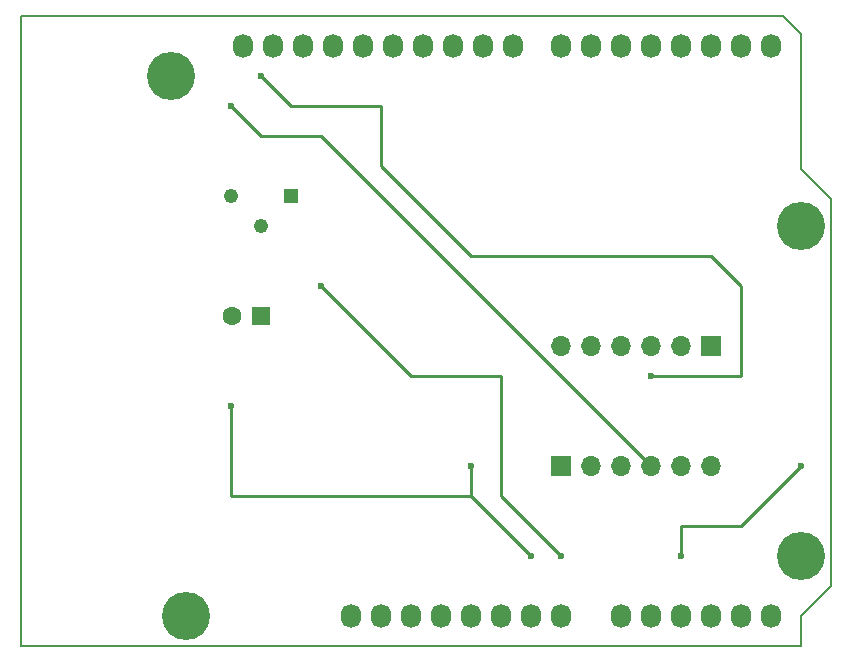
<source format=gbl>
%TF.GenerationSoftware,KiCad,Pcbnew,(6.0.2-0)*%
%TF.CreationDate,2022-05-07T22:45:40-07:00*%
%TF.ProjectId,cpe301d_kicad_David_Nakasone,63706533-3031-4645-9f6b-696361645f44,rev?*%
%TF.SameCoordinates,Original*%
%TF.FileFunction,Copper,L2,Bot*%
%TF.FilePolarity,Positive*%
%FSLAX46Y46*%
G04 Gerber Fmt 4.6, Leading zero omitted, Abs format (unit mm)*
G04 Created by KiCad (PCBNEW (6.0.2-0)) date 2022-05-07 22:45:40*
%MOMM*%
%LPD*%
G01*
G04 APERTURE LIST*
%TA.AperFunction,Profile*%
%ADD10C,0.150000*%
%TD*%
%TA.AperFunction,ComponentPad*%
%ADD11O,1.727200X2.032000*%
%TD*%
%TA.AperFunction,ComponentPad*%
%ADD12C,4.064000*%
%TD*%
%TA.AperFunction,ComponentPad*%
%ADD13R,1.700000X1.700000*%
%TD*%
%TA.AperFunction,ComponentPad*%
%ADD14O,1.700000X1.700000*%
%TD*%
%TA.AperFunction,ComponentPad*%
%ADD15R,1.600000X1.600000*%
%TD*%
%TA.AperFunction,ComponentPad*%
%ADD16C,1.600000*%
%TD*%
%TA.AperFunction,ComponentPad*%
%ADD17R,1.222000X1.222000*%
%TD*%
%TA.AperFunction,ComponentPad*%
%ADD18C,1.222000*%
%TD*%
%TA.AperFunction,ViaPad*%
%ADD19C,0.600000*%
%TD*%
%TA.AperFunction,Conductor*%
%ADD20C,0.250000*%
%TD*%
G04 APERTURE END LIST*
D10*
X179578000Y-88519000D02*
X177038000Y-85979000D01*
X177038000Y-126365000D02*
X177038000Y-123825000D01*
X177038000Y-74549000D02*
X175514000Y-73025000D01*
X177038000Y-123825000D02*
X179578000Y-121285000D01*
X110998000Y-73025000D02*
X110998000Y-126365000D01*
X179578000Y-121285000D02*
X179578000Y-88519000D01*
X110998000Y-126365000D02*
X177038000Y-126365000D01*
X175514000Y-73025000D02*
X110998000Y-73025000D01*
X177038000Y-85979000D02*
X177038000Y-74549000D01*
D11*
%TO.P,P1,1,Pin_1*%
%TO.N,unconnected-(P1-Pad1)*%
X138938000Y-123825000D03*
%TO.P,P1,2,Pin_2*%
%TO.N,/IOREF*%
X141478000Y-123825000D03*
%TO.P,P1,3,Pin_3*%
%TO.N,/Reset*%
X144018000Y-123825000D03*
%TO.P,P1,4,Pin_4*%
%TO.N,+3V3*%
X146558000Y-123825000D03*
%TO.P,P1,5,Pin_5*%
%TO.N,+5V*%
X149098000Y-123825000D03*
%TO.P,P1,6,Pin_6*%
%TO.N,GND*%
X151638000Y-123825000D03*
%TO.P,P1,7,Pin_7*%
X154178000Y-123825000D03*
%TO.P,P1,8,Pin_8*%
%TO.N,/Vin*%
X156718000Y-123825000D03*
%TD*%
%TO.P,P2,1,Pin_1*%
%TO.N,/A0*%
X161798000Y-123825000D03*
%TO.P,P2,2,Pin_2*%
%TO.N,/A1*%
X164338000Y-123825000D03*
%TO.P,P2,3,Pin_3*%
%TO.N,/A2*%
X166878000Y-123825000D03*
%TO.P,P2,4,Pin_4*%
%TO.N,/A3*%
X169418000Y-123825000D03*
%TO.P,P2,5,Pin_5*%
%TO.N,/A4(SDA)*%
X171958000Y-123825000D03*
%TO.P,P2,6,Pin_6*%
%TO.N,/A5(SCL)*%
X174498000Y-123825000D03*
%TD*%
%TO.P,P3,1,Pin_1*%
%TO.N,/A5(SCL)*%
X129794000Y-75565000D03*
%TO.P,P3,2,Pin_2*%
%TO.N,/A4(SDA)*%
X132334000Y-75565000D03*
%TO.P,P3,3,Pin_3*%
%TO.N,/AREF*%
X134874000Y-75565000D03*
%TO.P,P3,4,Pin_4*%
%TO.N,GND*%
X137414000Y-75565000D03*
%TO.P,P3,5,Pin_5*%
%TO.N,/13(SCK)*%
X139954000Y-75565000D03*
%TO.P,P3,6,Pin_6*%
%TO.N,/12(MISO)*%
X142494000Y-75565000D03*
%TO.P,P3,7,Pin_7*%
%TO.N,/11(\u002A\u002A{slash}MOSI)*%
X145034000Y-75565000D03*
%TO.P,P3,8,Pin_8*%
%TO.N,/10(\u002A\u002A{slash}SS)*%
X147574000Y-75565000D03*
%TO.P,P3,9,Pin_9*%
%TO.N,/9(\u002A\u002A)*%
X150114000Y-75565000D03*
%TO.P,P3,10,Pin_10*%
%TO.N,/8*%
X152654000Y-75565000D03*
%TD*%
%TO.P,P4,1,Pin_1*%
%TO.N,/7*%
X156718000Y-75565000D03*
%TO.P,P4,2,Pin_2*%
%TO.N,/6(\u002A\u002A)*%
X159258000Y-75565000D03*
%TO.P,P4,3,Pin_3*%
%TO.N,/5(\u002A\u002A)*%
X161798000Y-75565000D03*
%TO.P,P4,4,Pin_4*%
%TO.N,/4*%
X164338000Y-75565000D03*
%TO.P,P4,5,Pin_5*%
%TO.N,/3(\u002A\u002A)*%
X166878000Y-75565000D03*
%TO.P,P4,6,Pin_6*%
%TO.N,/2*%
X169418000Y-75565000D03*
%TO.P,P4,7,Pin_7*%
%TO.N,/1(Tx)*%
X171958000Y-75565000D03*
%TO.P,P4,8,Pin_8*%
%TO.N,/0(Rx)*%
X174498000Y-75565000D03*
%TD*%
D12*
%TO.P,P5,1,Pin_1*%
%TO.N,unconnected-(P5-Pad1)*%
X124968000Y-123825000D03*
%TD*%
%TO.P,P6,1,Pin_1*%
%TO.N,unconnected-(P6-Pad1)*%
X177038000Y-118745000D03*
%TD*%
%TO.P,P7,1,Pin_1*%
%TO.N,unconnected-(P7-Pad1)*%
X123698000Y-78105000D03*
%TD*%
%TO.P,P8,1,Pin_1*%
%TO.N,unconnected-(P8-Pad1)*%
X177038000Y-90805000D03*
%TD*%
D13*
%TO.P,J2,1,Pin_1*%
%TO.N,unconnected-(J2-Pad1)*%
X169418000Y-100965000D03*
D14*
%TO.P,J2,2,Pin_2*%
%TO.N,GND*%
X166878000Y-100965000D03*
%TO.P,J2,3,Pin_3*%
%TO.N,unconnected-(J2-Pad3)*%
X164338000Y-100965000D03*
%TO.P,J2,4,Pin_4*%
%TO.N,unconnected-(J2-Pad4)*%
X161798000Y-100965000D03*
%TO.P,J2,5,Pin_5*%
%TO.N,unconnected-(J2-Pad5)*%
X159258000Y-100965000D03*
%TO.P,J2,6,Pin_6*%
%TO.N,unconnected-(J2-Pad6)*%
X156718000Y-100965000D03*
%TD*%
D13*
%TO.P,J1,1,Pin_1*%
%TO.N,+5V*%
X156718000Y-111125000D03*
D14*
%TO.P,J1,2,Pin_2*%
%TO.N,unconnected-(J1-Pad2)*%
X159258000Y-111125000D03*
%TO.P,J1,3,Pin_3*%
%TO.N,GND*%
X161798000Y-111125000D03*
%TO.P,J1,4,Pin_4*%
%TO.N,/A5(SCL)*%
X164338000Y-111125000D03*
%TO.P,J1,5,Pin_5*%
%TO.N,/A4(SDA)*%
X166878000Y-111125000D03*
%TO.P,J1,6,Pin_6*%
%TO.N,unconnected-(J1-Pad6)*%
X169418000Y-111125000D03*
%TD*%
D15*
%TO.P,C1,1*%
%TO.N,Net-(C1-Pad1)*%
X131318000Y-98425000D03*
D16*
%TO.P,C1,2*%
%TO.N,GND*%
X128818000Y-98425000D03*
%TD*%
D17*
%TO.P,VR1,1*%
%TO.N,Net-(C1-Pad1)*%
X133858000Y-88265000D03*
D18*
%TO.P,VR1,2*%
%TO.N,/A0*%
X131318000Y-90805000D03*
%TO.P,VR1,3*%
%TO.N,GND*%
X128778000Y-88265000D03*
%TD*%
D19*
%TO.N,GND*%
X149098000Y-111125000D03*
X128778000Y-106045000D03*
X154178000Y-118745000D03*
%TO.N,/A0*%
X136398000Y-95885000D03*
X156718000Y-118745000D03*
%TO.N,/A4(SDA)*%
X177038000Y-111125000D03*
X164338000Y-103505000D03*
X131318000Y-78105000D03*
X166878000Y-118745000D03*
%TO.N,/A5(SCL)*%
X128778000Y-80645000D03*
%TD*%
D20*
%TO.N,GND*%
X149098000Y-113665000D02*
X154178000Y-118745000D01*
X128778000Y-113665000D02*
X128778000Y-106045000D01*
X149098000Y-113665000D02*
X128778000Y-113665000D01*
X149098000Y-111125000D02*
X149098000Y-113665000D01*
%TO.N,/A0*%
X144018000Y-103505000D02*
X151638000Y-103505000D01*
X151638000Y-113665000D02*
X156718000Y-118745000D01*
X151638000Y-103505000D02*
X151638000Y-113665000D01*
X136398000Y-95885000D02*
X144018000Y-103505000D01*
%TO.N,/A4(SDA)*%
X171958000Y-116205000D02*
X177038000Y-111125000D01*
X141478000Y-85725000D02*
X149098000Y-93345000D01*
X171958000Y-116205000D02*
X166878000Y-116205000D01*
X149098000Y-93345000D02*
X169418000Y-93345000D01*
X171958000Y-95885000D02*
X171958000Y-103505000D01*
X171958000Y-103505000D02*
X164338000Y-103505000D01*
X166878000Y-116205000D02*
X166878000Y-118745000D01*
X133858000Y-80645000D02*
X141478000Y-80645000D01*
X141478000Y-80645000D02*
X141478000Y-85725000D01*
X169418000Y-93345000D02*
X171958000Y-95885000D01*
X131318000Y-78105000D02*
X133858000Y-80645000D01*
%TO.N,/A5(SCL)*%
X136398000Y-83185000D02*
X164338000Y-111125000D01*
X128778000Y-80645000D02*
X131318000Y-83185000D01*
X131318000Y-83185000D02*
X136398000Y-83185000D01*
%TD*%
M02*

</source>
